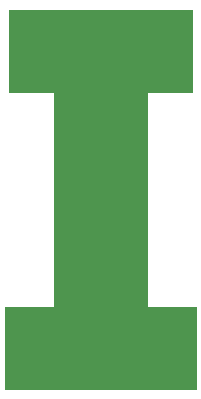
<source format=gbo>
G04 #@! TF.FileFunction,Legend,Bot*
%FSLAX46Y46*%
G04 Gerber Fmt 4.6, Leading zero omitted, Abs format (unit mm)*
G04 Created by KiCad (PCBNEW 4.0.0-rc2-stable) date 3/3/2016 3:44:55 PM*
%MOMM*%
G01*
G04 APERTURE LIST*
%ADD10C,0.150000*%
%ADD11C,0.025400*%
G04 APERTURE END LIST*
D10*
D11*
G36*
X67317710Y-25811921D02*
X63606773Y-25811921D01*
X63601832Y-25812922D01*
X63597734Y-25815700D01*
X63523516Y-25890896D01*
X63520757Y-25895115D01*
X63519855Y-25899817D01*
X63519855Y-43932045D01*
X63520856Y-43936986D01*
X63523575Y-43941025D01*
X63597793Y-44015244D01*
X63601994Y-44018031D01*
X63606773Y-44018964D01*
X67641925Y-44018964D01*
X67641925Y-51016025D01*
X51472012Y-51016025D01*
X51472012Y-44018964D01*
X55510094Y-44018964D01*
X55515035Y-44017963D01*
X55519074Y-44015244D01*
X55593292Y-43941025D01*
X55596079Y-43936824D01*
X55597012Y-43932045D01*
X55597012Y-25899817D01*
X55596011Y-25894876D01*
X55593351Y-25890896D01*
X55519133Y-25815700D01*
X55514950Y-25812886D01*
X55510094Y-25811921D01*
X51797208Y-25811921D01*
X51797208Y-18862712D01*
X67317710Y-18862712D01*
X67317710Y-25811921D01*
X67317710Y-25811921D01*
G37*
X67317710Y-25811921D02*
X63606773Y-25811921D01*
X63601832Y-25812922D01*
X63597734Y-25815700D01*
X63523516Y-25890896D01*
X63520757Y-25895115D01*
X63519855Y-25899817D01*
X63519855Y-43932045D01*
X63520856Y-43936986D01*
X63523575Y-43941025D01*
X63597793Y-44015244D01*
X63601994Y-44018031D01*
X63606773Y-44018964D01*
X67641925Y-44018964D01*
X67641925Y-51016025D01*
X51472012Y-51016025D01*
X51472012Y-44018964D01*
X55510094Y-44018964D01*
X55515035Y-44017963D01*
X55519074Y-44015244D01*
X55593292Y-43941025D01*
X55596079Y-43936824D01*
X55597012Y-43932045D01*
X55597012Y-25899817D01*
X55596011Y-25894876D01*
X55593351Y-25890896D01*
X55519133Y-25815700D01*
X55514950Y-25812886D01*
X55510094Y-25811921D01*
X51797208Y-25811921D01*
X51797208Y-18862712D01*
X67317710Y-18862712D01*
X67317710Y-25811921D01*
M02*

</source>
